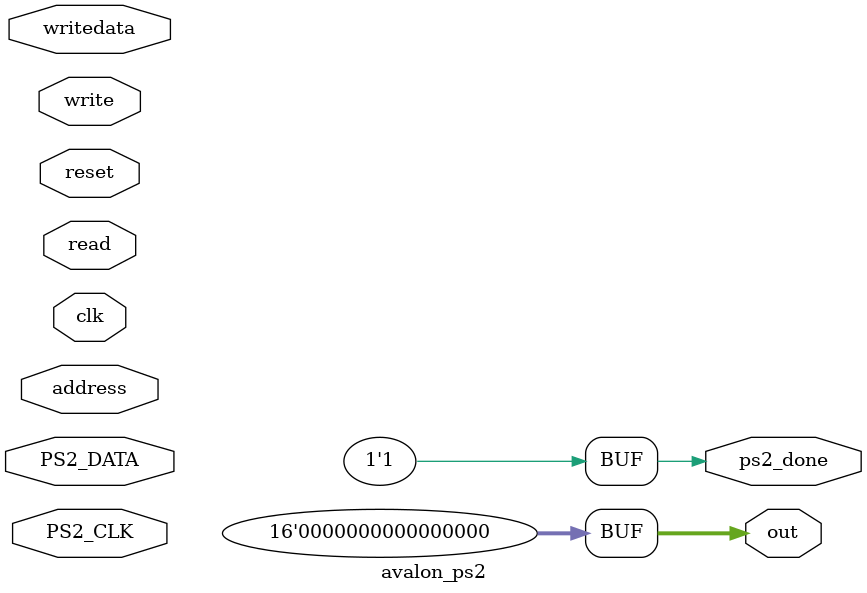
<source format=sv>
module avalon_ps2
(
	input clk, //Common clock shared by the entire system.
	input reset, //Common reset shared by the entire system.
	input [3:0] address, //Address lines from the Avalon bus.
	input read, //Read request signal from the CPU. Used together with readdata
	input write,//Wrote request signal from the CPU. Used together with writedata
	input [15:0] writedata, //Data lines for the CPU to send data to the peripheral. 
									//Used together with write.
	output logic [15:0] out, //Data lines for the peripheral to return data to the CPU. Used
											//together with read.

	output logic ps2_done, //Signal to stall the Avalon bus when the peripheral is busy.
	inout PS2_CLK,
	inout PS2_DATA
);
	//TODO <UNIMPL>
	assign ps2_done = 1;
	assign out = 0; 
endmodule 
</source>
